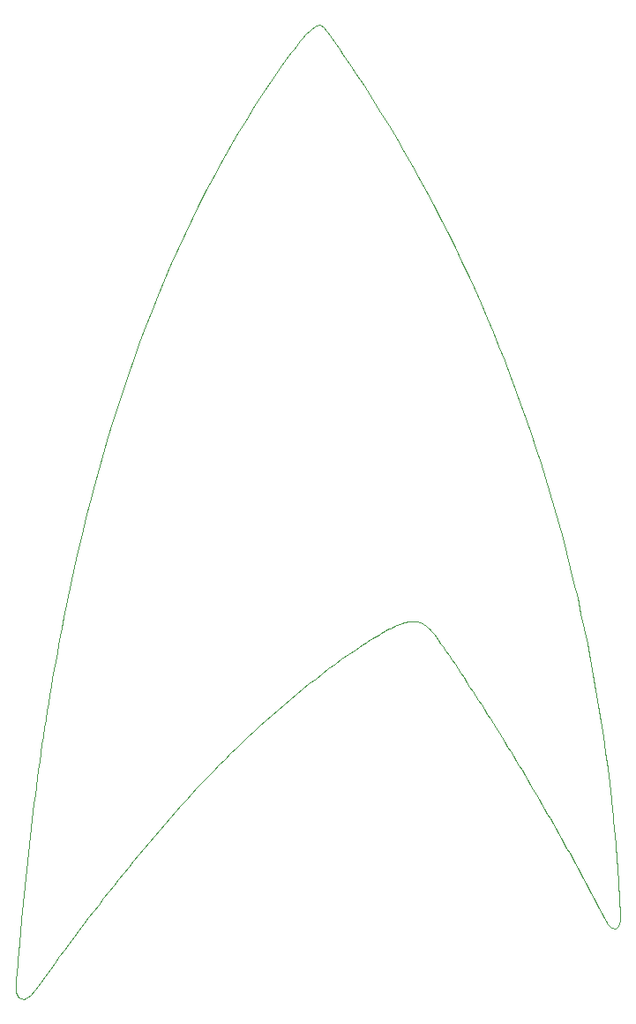
<source format=gbr>
G04 #@! TF.GenerationSoftware,KiCad,Pcbnew,5.1.4-e60b266~84~ubuntu18.04.1*
G04 #@! TF.CreationDate,2019-09-14T19:57:04-06:00*
G04 #@! TF.ProjectId,001,3030312e-6b69-4636-9164-5f7063625858,1*
G04 #@! TF.SameCoordinates,Original*
G04 #@! TF.FileFunction,Profile,NP*
%FSLAX46Y46*%
G04 Gerber Fmt 4.6, Leading zero omitted, Abs format (unit mm)*
G04 Created by KiCad (PCBNEW 5.1.4-e60b266~84~ubuntu18.04.1) date 2019-09-14 19:57:04*
%MOMM*%
%LPD*%
G04 APERTURE LIST*
%ADD10C,0.100000*%
G04 APERTURE END LIST*
D10*
X139114098Y-39600957D02*
X139185968Y-39701193D01*
X139185968Y-39701193D02*
X139400902Y-40002368D01*
X139400902Y-40002368D02*
X139614999Y-40304104D01*
X139614999Y-40304104D02*
X139828269Y-40606399D01*
X139828269Y-40606399D02*
X140040721Y-40909251D01*
X140040721Y-40909251D02*
X140248202Y-41211624D01*
X140248202Y-41211624D02*
X140452796Y-41514033D01*
X140452796Y-41514033D02*
X140657593Y-41817252D01*
X140657593Y-41817252D02*
X140865704Y-42122052D01*
X140865704Y-42122052D02*
X141074012Y-42427657D01*
X141074012Y-42427657D02*
X141281502Y-42733807D01*
X141281502Y-42733807D02*
X141488156Y-43040499D01*
X141488156Y-43040499D02*
X141899683Y-43655054D01*
X141899683Y-43655054D02*
X142711441Y-44891489D01*
X142711441Y-44891489D02*
X143509986Y-46136376D01*
X143509986Y-46136376D02*
X144295321Y-47389583D01*
X144295321Y-47389583D02*
X145067453Y-48650980D01*
X145067453Y-48650980D02*
X145826387Y-49920436D01*
X145826387Y-49920436D02*
X146572131Y-51197821D01*
X146572131Y-51197821D02*
X147304691Y-52483004D01*
X147304691Y-52483004D02*
X148024072Y-53775854D01*
X148024072Y-53775854D02*
X148730279Y-55076241D01*
X148730279Y-55076241D02*
X149423321Y-56384034D01*
X149423321Y-56384034D02*
X150103201Y-57699101D01*
X150103201Y-57699101D02*
X150769926Y-59021314D01*
X150769926Y-59021314D02*
X151423505Y-60350541D01*
X151423505Y-60350541D02*
X152063941Y-61686650D01*
X152063941Y-61686650D02*
X152691240Y-63029511D01*
X152691240Y-63029511D02*
X153305408Y-64378994D01*
X153305408Y-64378994D02*
X153906452Y-65734968D01*
X153906452Y-65734968D02*
X154494379Y-67097302D01*
X154494379Y-67097302D02*
X155069195Y-68465867D01*
X155069195Y-68465867D02*
X155630903Y-69840530D01*
X155630903Y-69840530D02*
X156179512Y-71221161D01*
X156179512Y-71221161D02*
X156715026Y-72607632D01*
X156715026Y-72607632D02*
X157237453Y-73999807D01*
X157237453Y-73999807D02*
X157746798Y-75397558D01*
X157746798Y-75397558D02*
X158243069Y-76800757D01*
X158243069Y-76800757D02*
X158726267Y-78209270D01*
X158726267Y-78209270D02*
X159196405Y-79622966D01*
X159196405Y-79622966D02*
X159653482Y-81041717D01*
X159653482Y-81041717D02*
X160097511Y-82465389D01*
X160097511Y-82465389D02*
X160528494Y-83893853D01*
X160528494Y-83893853D02*
X160946438Y-85326979D01*
X160946438Y-85326979D02*
X161351348Y-86764636D01*
X161351348Y-86764636D02*
X161743230Y-88206692D01*
X161743230Y-88206692D02*
X162122093Y-89653018D01*
X162122093Y-89653018D02*
X162487939Y-91103484D01*
X162487939Y-91103484D02*
X162840777Y-92557956D01*
X162840777Y-92557956D02*
X163180612Y-94016305D01*
X163180612Y-94016305D02*
X163507449Y-95478402D01*
X163507449Y-95478402D02*
X163821297Y-96944114D01*
X163821297Y-96944114D02*
X164122163Y-98413310D01*
X164122163Y-98413310D02*
X164410043Y-99885861D01*
X164410043Y-99885861D02*
X164684958Y-101361636D01*
X164684958Y-101361636D02*
X164946905Y-102840506D01*
X164946905Y-102840506D02*
X165195881Y-104322335D01*
X165195881Y-104322335D02*
X165431919Y-105806998D01*
X165431919Y-105806998D02*
X165654995Y-107294363D01*
X165654995Y-107294363D02*
X165865138Y-108784295D01*
X165865138Y-108784295D02*
X166062345Y-110276668D01*
X166062345Y-110276668D02*
X166246618Y-111771350D01*
X166246618Y-111771350D02*
X166417966Y-113268210D01*
X166417966Y-113268210D02*
X166537323Y-114392309D01*
X166537323Y-114392309D02*
X166575713Y-114767220D01*
X166575713Y-114767220D02*
X166613303Y-115142250D01*
X166613303Y-115142250D02*
X166650093Y-115517398D01*
X166650093Y-115517398D02*
X166686073Y-115892661D01*
X166686073Y-115892661D02*
X166721243Y-116268038D01*
X166721243Y-116268038D02*
X166755603Y-116643527D01*
X166755603Y-116643527D02*
X166789163Y-117019125D01*
X166789163Y-117019125D02*
X166821913Y-117394830D01*
X166821913Y-117394830D02*
X166853853Y-117770641D01*
X166853853Y-117770641D02*
X166885003Y-118146556D01*
X166885003Y-118146556D02*
X166915333Y-118522572D01*
X166915333Y-118522572D02*
X166944853Y-118898688D01*
X166944853Y-118898688D02*
X166973543Y-119274901D01*
X166973543Y-119274901D02*
X167001523Y-119651209D01*
X167001523Y-119651209D02*
X167028603Y-120027610D01*
X167028603Y-120027610D02*
X167054873Y-120404103D01*
X167054873Y-120404103D02*
X167080433Y-120780684D01*
X167080433Y-120780684D02*
X167105093Y-121157353D01*
X167105093Y-121157353D02*
X167128953Y-121534108D01*
X167128953Y-121534108D02*
X167152003Y-121910945D01*
X167152003Y-121910945D02*
X167174353Y-122287863D01*
X167174353Y-122287863D02*
X167195793Y-122664860D01*
X167195793Y-122664860D02*
X167216423Y-123041934D01*
X167216423Y-123041934D02*
X167236353Y-123419083D01*
X167236353Y-123419083D02*
X167255373Y-123796305D01*
X167255373Y-123796305D02*
X167273593Y-124173597D01*
X167273593Y-124173597D02*
X167291113Y-124550958D01*
X167291113Y-124550958D02*
X167315293Y-124992917D01*
X167315293Y-124992917D02*
X167159123Y-125457181D01*
X167159123Y-125457181D02*
X166838099Y-125707692D01*
X166838099Y-125707692D02*
X166426819Y-125652702D01*
X166426819Y-125652702D02*
X166119032Y-125336026D01*
X166119032Y-125336026D02*
X166055202Y-125214109D01*
X166055202Y-125214109D02*
X165991332Y-125092245D01*
X165991332Y-125092245D02*
X165927432Y-124970415D01*
X165927432Y-124970415D02*
X165799532Y-124726863D01*
X165799532Y-124726863D02*
X165543216Y-124240370D01*
X165543216Y-124240370D02*
X165286281Y-123754612D01*
X165286281Y-123754612D02*
X165028747Y-123269604D01*
X165028747Y-123269604D02*
X164770605Y-122785361D01*
X164770605Y-122785361D02*
X164511858Y-122301908D01*
X164511858Y-122301908D02*
X164252509Y-121819255D01*
X164252509Y-121819255D02*
X163992558Y-121337421D01*
X163992558Y-121337421D02*
X163732011Y-120856425D01*
X163732011Y-120856425D02*
X163470866Y-120376280D01*
X163470866Y-120376280D02*
X163209124Y-119897004D01*
X163209124Y-119897004D02*
X162946791Y-119418614D01*
X162946791Y-119418614D02*
X162683878Y-118941129D01*
X162683878Y-118941129D02*
X162420366Y-118464563D01*
X162420366Y-118464563D02*
X162156277Y-117988934D01*
X162156277Y-117988934D02*
X161891593Y-117514259D01*
X161891593Y-117514259D02*
X161626337Y-117040553D01*
X161626337Y-117040553D02*
X161360500Y-116567837D01*
X161360500Y-116567837D02*
X161094074Y-116096126D01*
X161094074Y-116096126D02*
X160827083Y-115625435D01*
X160827083Y-115625435D02*
X160559518Y-115155784D01*
X160559518Y-115155784D02*
X160291379Y-114687186D01*
X160291379Y-114687186D02*
X160022669Y-114219661D01*
X160022669Y-114219661D02*
X159753392Y-113753223D01*
X159753392Y-113753223D02*
X159483548Y-113287891D01*
X159483548Y-113287891D02*
X159213140Y-112823683D01*
X159213140Y-112823683D02*
X158942179Y-112360616D01*
X158942179Y-112360616D02*
X158670649Y-111898702D01*
X158670649Y-111898702D02*
X158398559Y-111437965D01*
X158398559Y-111437965D02*
X158125923Y-110978414D01*
X158125923Y-110978414D02*
X157852724Y-110520071D01*
X157852724Y-110520071D02*
X157578982Y-110062952D01*
X157578982Y-110062952D02*
X157304689Y-109607073D01*
X157304689Y-109607073D02*
X157029847Y-109152453D01*
X157029847Y-109152453D02*
X156754451Y-108699108D01*
X156754451Y-108699108D02*
X156478521Y-108247053D01*
X156478521Y-108247053D02*
X156202049Y-107796306D01*
X156202049Y-107796306D02*
X155925035Y-107346884D01*
X155925035Y-107346884D02*
X155647483Y-106898804D01*
X155647483Y-106898804D02*
X155369405Y-106452083D01*
X155369405Y-106452083D02*
X155090786Y-106006738D01*
X155090786Y-106006738D02*
X154811633Y-105562785D01*
X154811633Y-105562785D02*
X154531959Y-105120243D01*
X154531959Y-105120243D02*
X154251749Y-104679124D01*
X154251749Y-104679124D02*
X153971011Y-104239451D01*
X153971011Y-104239451D02*
X153689760Y-103801235D01*
X153689760Y-103801235D02*
X153407987Y-103364497D01*
X153407987Y-103364497D02*
X153125684Y-102929253D01*
X153125684Y-102929253D02*
X152842873Y-102495523D01*
X152842873Y-102495523D02*
X152559547Y-102063315D01*
X152559547Y-102063315D02*
X152275705Y-101632655D01*
X152275705Y-101632655D02*
X151991355Y-101203553D01*
X151991355Y-101203553D02*
X151706491Y-100776032D01*
X151706491Y-100776032D02*
X151421122Y-100350104D01*
X151421122Y-100350104D02*
X151135246Y-99925787D01*
X151135246Y-99925787D02*
X150848867Y-99503100D01*
X150848867Y-99503100D02*
X150561998Y-99082059D01*
X150561998Y-99082059D02*
X150274618Y-98662679D01*
X150274618Y-98662679D02*
X150051598Y-98335808D01*
X150051598Y-98335808D02*
X149959338Y-98195176D01*
X149959338Y-98195176D02*
X149868378Y-98059660D01*
X149868378Y-98059660D02*
X149778598Y-97929238D01*
X149778598Y-97929238D02*
X149689908Y-97803871D01*
X149689908Y-97803871D02*
X149602208Y-97683537D01*
X149602208Y-97683537D02*
X149515418Y-97568193D01*
X149515418Y-97568193D02*
X149429418Y-97457809D01*
X149429418Y-97457809D02*
X149344118Y-97352381D01*
X149344118Y-97352381D02*
X149259428Y-97251841D01*
X149259428Y-97251841D02*
X149175238Y-97156191D01*
X149175238Y-97156191D02*
X149091458Y-97065361D01*
X149091458Y-97065361D02*
X149007998Y-96979361D01*
X149007998Y-96979361D02*
X148924748Y-96898131D01*
X148924748Y-96898131D02*
X148841608Y-96821651D01*
X148841608Y-96821651D02*
X148758498Y-96749891D01*
X148758498Y-96749891D02*
X148675298Y-96682851D01*
X148675298Y-96682851D02*
X148591938Y-96620431D01*
X148591938Y-96620431D02*
X148508298Y-96562661D01*
X148508298Y-96562661D02*
X148424288Y-96509481D01*
X148424288Y-96509481D02*
X148339818Y-96460851D01*
X148339818Y-96460851D02*
X148254778Y-96416781D01*
X148254778Y-96416781D02*
X148169078Y-96377191D01*
X148169078Y-96377191D02*
X148082608Y-96342091D01*
X148082608Y-96342091D02*
X147995288Y-96311401D01*
X147995288Y-96311401D02*
X147906998Y-96285181D01*
X147906998Y-96285181D02*
X147817668Y-96263241D01*
X147817668Y-96263241D02*
X147727178Y-96245771D01*
X147727178Y-96245771D02*
X147635448Y-96232521D01*
X147635448Y-96232521D02*
X147542358Y-96223651D01*
X147542358Y-96223651D02*
X147447838Y-96218951D01*
X147447838Y-96218951D02*
X147351768Y-96218543D01*
X147351768Y-96218543D02*
X147254048Y-96222251D01*
X147254048Y-96222251D02*
X147154608Y-96230151D01*
X147154608Y-96230151D02*
X147053369Y-96242331D01*
X147053369Y-96242331D02*
X146950146Y-96258461D01*
X146950146Y-96258461D02*
X146844924Y-96278711D01*
X146844924Y-96278711D02*
X146737563Y-96302971D01*
X146737563Y-96302971D02*
X146627977Y-96331191D01*
X146627977Y-96331191D02*
X146516077Y-96363511D01*
X146516077Y-96363511D02*
X146401748Y-96399731D01*
X146401748Y-96399731D02*
X146284917Y-96439861D01*
X146284917Y-96439861D02*
X146165475Y-96483871D01*
X146165475Y-96483871D02*
X146043320Y-96531751D01*
X146043320Y-96531751D02*
X145918341Y-96583461D01*
X145918341Y-96583461D02*
X145790469Y-96638961D01*
X145790469Y-96638961D02*
X145659604Y-96698221D01*
X145659604Y-96698221D02*
X145525627Y-96761231D01*
X145525627Y-96761231D02*
X145388456Y-96827941D01*
X145388456Y-96827941D02*
X145247981Y-96898311D01*
X145247981Y-96898311D02*
X145104113Y-96972311D01*
X145104113Y-96972311D02*
X144956765Y-97049931D01*
X144956765Y-97049931D02*
X144805820Y-97131151D01*
X144805820Y-97131151D02*
X144651197Y-97215901D01*
X144651197Y-97215901D02*
X144492784Y-97304161D01*
X144492784Y-97304161D02*
X144330492Y-97395921D01*
X144330492Y-97395921D02*
X144164226Y-97491121D01*
X144164226Y-97491121D02*
X143993886Y-97589761D01*
X143993886Y-97589761D02*
X143819366Y-97691802D01*
X143819366Y-97691802D02*
X143640579Y-97797197D01*
X143640579Y-97797197D02*
X143457426Y-97905922D01*
X143457426Y-97905922D02*
X143269808Y-98017940D01*
X143269808Y-98017940D02*
X143077620Y-98133252D01*
X143077620Y-98133252D02*
X142880776Y-98251783D01*
X142880776Y-98251783D02*
X142525558Y-98480794D01*
X142525558Y-98480794D02*
X141867567Y-98929234D01*
X141867567Y-98929234D02*
X141215808Y-99382857D01*
X141215808Y-99382857D02*
X140570183Y-99841591D01*
X140570183Y-99841591D02*
X139930595Y-100305369D01*
X139930595Y-100305369D02*
X139296945Y-100774119D01*
X139296945Y-100774119D02*
X138669134Y-101247772D01*
X138669134Y-101247772D02*
X138047065Y-101726256D01*
X138047065Y-101726256D02*
X137430640Y-102209504D01*
X137430640Y-102209504D02*
X136819758Y-102697442D01*
X136819758Y-102697442D02*
X136214322Y-103190002D01*
X136214322Y-103190002D02*
X135614235Y-103687114D01*
X135614235Y-103687114D02*
X135019397Y-104188706D01*
X135019397Y-104188706D02*
X134429712Y-104694710D01*
X134429712Y-104694710D02*
X133845078Y-105205055D01*
X133845078Y-105205055D02*
X133265401Y-105719670D01*
X133265401Y-105719670D02*
X132690580Y-106238487D01*
X132690580Y-106238487D02*
X132120516Y-106761432D01*
X132120516Y-106761432D02*
X131555113Y-107288439D01*
X131555113Y-107288439D02*
X130994270Y-107819435D01*
X130994270Y-107819435D02*
X130437891Y-108354350D01*
X130437891Y-108354350D02*
X129885878Y-108893116D01*
X129885878Y-108893116D02*
X129338130Y-109435661D01*
X129338130Y-109435661D02*
X128794552Y-109981916D01*
X128794552Y-109981916D02*
X128255045Y-110531811D01*
X128255045Y-110531811D02*
X127719507Y-111085273D01*
X127719507Y-111085273D02*
X127187845Y-111642234D01*
X127187845Y-111642234D02*
X126659957Y-112202623D01*
X126659957Y-112202623D02*
X126135745Y-112766371D01*
X126135745Y-112766371D02*
X125615112Y-113333408D01*
X125615112Y-113333408D02*
X125097961Y-113903664D01*
X125097961Y-113903664D02*
X124584189Y-114477066D01*
X124584189Y-114477066D02*
X124073701Y-115053545D01*
X124073701Y-115053545D02*
X123566401Y-115633033D01*
X123566401Y-115633033D02*
X123062187Y-116215458D01*
X123062187Y-116215458D02*
X122560960Y-116800749D01*
X122560960Y-116800749D02*
X122062624Y-117388838D01*
X122062624Y-117388838D02*
X121567080Y-117979654D01*
X121567080Y-117979654D02*
X121074229Y-118573125D01*
X121074229Y-118573125D02*
X120583975Y-119169184D01*
X120583975Y-119169184D02*
X120096219Y-119767760D01*
X120096219Y-119767760D02*
X119610861Y-120368781D01*
X119610861Y-120368781D02*
X119127802Y-120972177D01*
X119127802Y-120972177D02*
X118646947Y-121577880D01*
X118646947Y-121577880D02*
X118168195Y-122185819D01*
X118168195Y-122185819D02*
X117691449Y-122795922D01*
X117691449Y-122795922D02*
X117216611Y-123408121D01*
X117216611Y-123408121D02*
X116743581Y-124022344D01*
X116743581Y-124022344D02*
X116272262Y-124638524D01*
X116272262Y-124638524D02*
X115802556Y-125256586D01*
X115802556Y-125256586D02*
X115334362Y-125876464D01*
X115334362Y-125876464D02*
X114867586Y-126498087D01*
X114867586Y-126498087D02*
X114402125Y-127121382D01*
X114402125Y-127121382D02*
X113937885Y-127746282D01*
X113937885Y-127746282D02*
X113474767Y-128372717D01*
X113474767Y-128372717D02*
X113012670Y-129000614D01*
X113012670Y-129000614D02*
X112551498Y-129629905D01*
X112551498Y-129629905D02*
X112091151Y-130260519D01*
X112091151Y-130260519D02*
X111631531Y-130892385D01*
X111631531Y-130892385D02*
X111172542Y-131525436D01*
X111172542Y-131525436D02*
X110634524Y-132188204D01*
X110634524Y-132188204D02*
X110035938Y-132477816D01*
X110035938Y-132477816D02*
X109585047Y-132335606D01*
X109585047Y-132335606D02*
X109313493Y-131852310D01*
X109313493Y-131852310D02*
X109270001Y-131243418D01*
X109270001Y-131243418D02*
X109299901Y-130851883D01*
X109299901Y-130851883D02*
X109330091Y-130460038D01*
X109330091Y-130460038D02*
X109360701Y-130067886D01*
X109360701Y-130067886D02*
X109391711Y-129675434D01*
X109391711Y-129675434D02*
X109423121Y-129282686D01*
X109423121Y-129282686D02*
X109454941Y-128889649D01*
X109454941Y-128889649D02*
X109487151Y-128496328D01*
X109487151Y-128496328D02*
X109519781Y-128102727D01*
X109519781Y-128102727D02*
X109552831Y-127708854D01*
X109552831Y-127708854D02*
X109586301Y-127314712D01*
X109586301Y-127314712D02*
X109620191Y-126920309D01*
X109620191Y-126920309D02*
X109688901Y-126130945D01*
X109688901Y-126130945D02*
X109808175Y-124812654D01*
X109808175Y-124812654D02*
X109881945Y-124020551D01*
X109881945Y-124020551D02*
X109957535Y-123227581D01*
X109957535Y-123227581D02*
X110034985Y-122433786D01*
X110034985Y-122433786D02*
X110114325Y-121639210D01*
X110114325Y-121639210D02*
X110195575Y-120843898D01*
X110195575Y-120843898D02*
X110278765Y-120047892D01*
X110278765Y-120047892D02*
X110363935Y-119251236D01*
X110363935Y-119251236D02*
X110451115Y-118453973D01*
X110451115Y-118453973D02*
X110540335Y-117656148D01*
X110540335Y-117656148D02*
X110631635Y-116857805D01*
X110631635Y-116857805D02*
X110725025Y-116058986D01*
X110725025Y-116058986D02*
X110820545Y-115259735D01*
X110820545Y-115259735D02*
X110918235Y-114460096D01*
X110918235Y-114460096D02*
X111018125Y-113660113D01*
X111018125Y-113660113D02*
X111120231Y-112859831D01*
X111120231Y-112859831D02*
X111224604Y-112059290D01*
X111224604Y-112059290D02*
X111331255Y-111258535D01*
X111331255Y-111258535D02*
X111440223Y-110457610D01*
X111440223Y-110457610D02*
X111551551Y-109656559D01*
X111551551Y-109656559D02*
X111665259Y-108855425D01*
X111665259Y-108855425D02*
X111781370Y-108054253D01*
X111781370Y-108054253D02*
X111899934Y-107253085D01*
X111899934Y-107253085D02*
X112020963Y-106451965D01*
X112020963Y-106451965D02*
X112144506Y-105650937D01*
X112144506Y-105650937D02*
X112270585Y-104850045D01*
X112270585Y-104850045D02*
X112399232Y-104049331D01*
X112399232Y-104049331D02*
X112530467Y-103248840D01*
X112530467Y-103248840D02*
X112664342Y-102448617D01*
X112664342Y-102448617D02*
X112800877Y-101648703D01*
X112800877Y-101648703D02*
X112940103Y-100849141D01*
X112940103Y-100849141D02*
X113082051Y-100049977D01*
X113082051Y-100049977D02*
X113226752Y-99251255D01*
X113226752Y-99251255D02*
X113374239Y-98453017D01*
X113374239Y-98453017D02*
X113524540Y-97655307D01*
X113524540Y-97655307D02*
X113677688Y-96858168D01*
X113677688Y-96858168D02*
X113885882Y-95796172D01*
X113885882Y-95796172D02*
X114208651Y-94205604D01*
X114208651Y-94205604D02*
X114543344Y-92618079D01*
X114543344Y-92618079D02*
X114890212Y-91033945D01*
X114890212Y-91033945D02*
X115249502Y-89453553D01*
X115249502Y-89453553D02*
X115621465Y-87877252D01*
X115621465Y-87877252D02*
X116006347Y-86305389D01*
X116006347Y-86305389D02*
X116404399Y-84738314D01*
X116404399Y-84738314D02*
X116815866Y-83176376D01*
X116815866Y-83176376D02*
X117241001Y-81619924D01*
X117241001Y-81619924D02*
X117680048Y-80069306D01*
X117680048Y-80069306D02*
X118133258Y-78524874D01*
X118133258Y-78524874D02*
X118600878Y-76986973D01*
X118600878Y-76986973D02*
X119083157Y-75455954D01*
X119083157Y-75455954D02*
X119580346Y-73932166D01*
X119580346Y-73932166D02*
X120092690Y-72415959D01*
X120092690Y-72415959D02*
X120620437Y-70907680D01*
X120620437Y-70907680D02*
X121163838Y-69407679D01*
X121163838Y-69407679D02*
X121723141Y-67916305D01*
X121723141Y-67916305D02*
X122298592Y-66433907D01*
X122298592Y-66433907D02*
X122890445Y-64960834D01*
X122890445Y-64960834D02*
X123498941Y-63497435D01*
X123498941Y-63497435D02*
X124124330Y-62044057D01*
X124124330Y-62044057D02*
X124766866Y-60601053D01*
X124766866Y-60601053D02*
X125426794Y-59168770D01*
X125426794Y-59168770D02*
X126104363Y-57747557D01*
X126104363Y-57747557D02*
X126799823Y-56337753D01*
X126799823Y-56337753D02*
X127513438Y-54939725D01*
X127513438Y-54939725D02*
X128245424Y-53553818D01*
X128245424Y-53553818D02*
X128996037Y-52180374D01*
X128996037Y-52180374D02*
X129765533Y-50819744D01*
X129765533Y-50819744D02*
X130554162Y-49472279D01*
X130554162Y-49472279D02*
X131362168Y-48138327D01*
X131362168Y-48138327D02*
X132189804Y-46818236D01*
X132189804Y-46818236D02*
X133037315Y-45512357D01*
X133037315Y-45512357D02*
X133904952Y-44221037D01*
X133904952Y-44221037D02*
X134792957Y-42944582D01*
X134792957Y-42944582D02*
X135473564Y-41998072D01*
X135473564Y-41998072D02*
X135706806Y-41685271D01*
X135706806Y-41685271D02*
X135943416Y-41373963D01*
X135943416Y-41373963D02*
X136180304Y-41063377D01*
X136180304Y-41063377D02*
X136375492Y-40804531D01*
X136375492Y-40804531D02*
X136558845Y-40584988D01*
X136558845Y-40584988D02*
X136802284Y-40309078D01*
X136802284Y-40309078D02*
X137084415Y-39998930D01*
X137084415Y-39998930D02*
X137528670Y-39522986D01*
X137528670Y-39522986D02*
X138064778Y-39071311D01*
X138064778Y-39071311D02*
X138462448Y-38988201D01*
X138462448Y-38988201D02*
X138828349Y-39242710D01*
X138828349Y-39242710D02*
X139114105Y-39600957D01*
X139114105Y-39600957D02*
X139114102Y-39600957D01*
X139114102Y-39600957D02*
X139114100Y-39600957D01*
X139114100Y-39600957D02*
X139114098Y-39600957D01*
M02*

</source>
